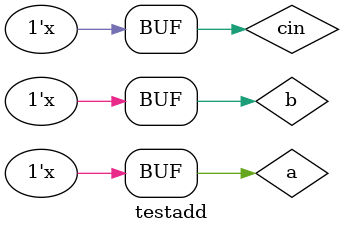
<source format=v>
`timescale 1ns / 1ps

module testadd;
    reg a,b,cin;
    wire sum,cout;

    initial
      begin
          a=0;b=0;cin=0;
      end
    always #20 {a,b,cin}={a,b,cin}+1;
   fulladd my(a,b,cin,sum,cout);
   
endmodule

</source>
